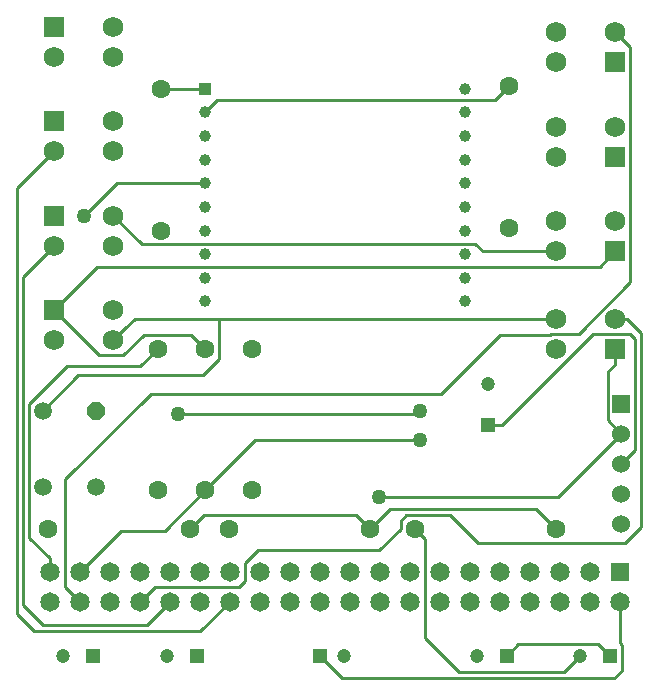
<source format=gbl>
%FSLAX44Y44*%
%MOMM*%
G71*
G01*
G75*
G04 Layer_Physical_Order=2*
G04 Layer_Color=16711680*
%ADD10R,0.9000X0.9500*%
%ADD11R,0.9000X0.9500*%
%ADD12R,5.5000X6.9000*%
%ADD13R,0.9500X1.9000*%
%ADD14C,0.2540*%
%ADD15R,1.2000X1.2000*%
%ADD16C,1.2000*%
%ADD17C,1.5240*%
%ADD18R,1.5240X1.5240*%
%ADD19C,1.6000*%
%ADD20R,1.6500X1.6500*%
%ADD21C,1.6500*%
%ADD22R,1.2000X1.2000*%
%ADD23C,1.0000*%
%ADD24R,1.0000X1.0000*%
%ADD25C,1.7500*%
%ADD26R,1.7500X1.7500*%
%ADD27C,1.5000*%
%ADD28P,1.6236X8X112.5*%
%ADD29C,1.2700*%
D14*
X170000Y167500D02*
X212500Y210000D01*
X352500D01*
X120936Y53936D02*
X140300Y73300D01*
X32826Y53936D02*
X120936D01*
X165894Y48094D02*
X191100Y73300D01*
X25460Y48094D02*
X165894D01*
X127540Y85940D02*
X198688D01*
X114900Y73300D02*
X127540Y85940D01*
X169400Y146900D02*
X298100D01*
X203768Y91020D02*
Y106260D01*
X198688Y85940D02*
X203768Y91020D01*
X16110Y70652D02*
X32826Y53936D01*
X147500Y232500D02*
X350000D01*
X352500Y235000D01*
X78750Y356450D02*
X504150D01*
X92500Y400200D02*
X117010Y375690D01*
X138012D01*
X138632Y376310D02*
X398810D01*
X138012Y375690D02*
X138632Y376310D01*
X398810D02*
X405320Y369800D01*
X467500D01*
X317500Y162000D02*
X469099D01*
X522500Y215400D01*
X356196Y42500D02*
Y126304D01*
X356303Y42500D02*
X384999Y13804D01*
X473804D01*
X347500Y135000D02*
X356196Y126304D01*
X286276Y8724D02*
X516696D01*
X267500Y27500D02*
X286276Y8724D01*
X516696D02*
X522792Y14820D01*
Y36918D01*
X521300Y38410D02*
X522792Y36918D01*
X521300Y38410D02*
Y73300D01*
X467500Y369800D02*
Y372500D01*
X65080Y400000D02*
X67994D01*
X65080Y399999D02*
Y400000D01*
Y399999D02*
X67500D01*
X67994Y400000D02*
X95494Y427500D01*
X317500Y162000D02*
Y165000D01*
X124012Y249262D02*
X369630D01*
X62510Y265010D02*
X167954D01*
X181924Y278980D02*
Y312700D01*
X167954Y265010D02*
X181924Y278980D01*
X118170Y299310D02*
X158190D01*
X170000Y287500D01*
X110400Y312700D02*
X467500D01*
X32500Y235000D02*
X62510Y265010D01*
X51876Y177126D02*
X124012Y249262D01*
X461832Y299300D02*
X462594Y300062D01*
X419668Y299300D02*
X461832D01*
X369630Y249262D02*
X419668Y299300D01*
X462594Y300062D02*
X486470D01*
X102334Y304634D02*
X110400Y312700D01*
X92500Y294800D02*
X102334Y304634D01*
X450610Y151890D02*
X467500Y135000D01*
X326890Y151890D02*
X450610D01*
X310000Y135000D02*
X326890Y151890D01*
X157500Y135000D02*
X169400Y146900D01*
X298100D02*
X310000Y135000D01*
X502974Y37426D02*
X512900Y27500D01*
X435326Y37426D02*
X502974D01*
X425400Y27500D02*
X435326Y37426D01*
X92500Y294800D02*
X102334Y304634D01*
X517500Y312700D02*
X527381D01*
X539010Y301071D01*
Y136194D02*
Y301071D01*
X525840Y123024D02*
X539010Y136194D01*
X401126Y123024D02*
X525840D01*
X377340Y146810D02*
X401126Y123024D01*
X340420Y146810D02*
X377340D01*
X335594Y141984D02*
X340420Y146810D01*
X335594Y135216D02*
Y141984D01*
X317560Y117182D02*
X335594Y135216D01*
X214690Y117182D02*
X317560D01*
X203768Y106260D02*
X214690Y117182D01*
X16110Y70652D02*
Y348410D01*
X42500Y374800D01*
X11030Y62524D02*
X25460Y48094D01*
X11030Y62524D02*
Y423330D01*
X42500Y454800D01*
X170000Y487500D02*
X180174Y497674D01*
X415174D01*
X427500Y510000D01*
X38700Y98700D02*
Y110014D01*
X21190Y127524D02*
X38700Y110014D01*
X21190Y127524D02*
Y240420D01*
X53400Y272630D01*
X115130D01*
X130000Y287500D01*
X42500Y320200D02*
X80672Y282028D01*
X100888D01*
X118170Y299310D01*
X504150Y356450D02*
X517500Y369800D01*
X42500Y320200D02*
X78750Y356450D01*
X522500Y190000D02*
X533930Y201430D01*
Y295991D01*
X530061Y299860D02*
X533930Y295991D01*
X498662Y299860D02*
X530061D01*
X421302Y222500D02*
X498662Y299860D01*
X410000Y222500D02*
X421302D01*
X95494Y427500D02*
X170000D01*
X51876Y85524D02*
X64100Y73300D01*
X51876Y85524D02*
Y177126D01*
X486470Y300062D02*
X530158Y343750D01*
Y542542D01*
X517500Y555200D02*
X530158Y542542D01*
X517500Y274408D02*
Y287300D01*
X510854Y267762D02*
X517500Y274408D01*
X510854Y227046D02*
Y267762D01*
Y227046D02*
X522500Y215400D01*
X473804Y13804D02*
X487500Y27500D01*
X64100Y98700D02*
X98838Y133438D01*
X135938D01*
X170000Y167500D01*
X132500Y507500D02*
X170000D01*
D15*
X512900Y27500D02*
D03*
X425400D02*
D03*
X162900D02*
D03*
X75400D02*
D03*
X267500D02*
D03*
D16*
X487500D02*
D03*
X400000D02*
D03*
X137500D02*
D03*
X50000D02*
D03*
X410000Y257500D02*
D03*
X287500Y27500D02*
D03*
D17*
X522500Y139200D02*
D03*
Y164600D02*
D03*
Y190000D02*
D03*
Y215400D02*
D03*
D18*
Y240800D02*
D03*
D19*
X130000Y167500D02*
D03*
Y287500D02*
D03*
X170000Y167500D02*
D03*
Y287500D02*
D03*
X210000D02*
D03*
Y167500D02*
D03*
X467500Y135000D02*
D03*
X347500D02*
D03*
X310000D02*
D03*
X190000D02*
D03*
X157500D02*
D03*
X37500D02*
D03*
X132500Y387500D02*
D03*
Y507500D02*
D03*
X427500Y390000D02*
D03*
Y510000D02*
D03*
D20*
X521300Y98700D02*
D03*
D21*
Y73300D02*
D03*
X495900D02*
D03*
Y98700D02*
D03*
X470500Y73300D02*
D03*
Y98700D02*
D03*
X445100Y73300D02*
D03*
Y98700D02*
D03*
X419700Y73300D02*
D03*
Y98700D02*
D03*
X394300Y73300D02*
D03*
Y98700D02*
D03*
X368900Y73300D02*
D03*
Y98700D02*
D03*
X343500Y73300D02*
D03*
Y98700D02*
D03*
X318100Y73300D02*
D03*
Y98700D02*
D03*
X292700Y73300D02*
D03*
Y98700D02*
D03*
X267300Y73300D02*
D03*
Y98700D02*
D03*
X241900Y73300D02*
D03*
Y98700D02*
D03*
X216500Y73300D02*
D03*
Y98700D02*
D03*
X191100Y73300D02*
D03*
Y98700D02*
D03*
X165700Y73300D02*
D03*
Y98700D02*
D03*
X140300Y73300D02*
D03*
Y98700D02*
D03*
X114900Y73300D02*
D03*
Y98700D02*
D03*
X89500Y73300D02*
D03*
Y98700D02*
D03*
X64100Y73300D02*
D03*
Y98700D02*
D03*
X38700Y73300D02*
D03*
Y98700D02*
D03*
D22*
X410000Y222500D02*
D03*
D23*
X390000Y507500D02*
D03*
Y487500D02*
D03*
Y467500D02*
D03*
Y447500D02*
D03*
Y427500D02*
D03*
Y407500D02*
D03*
Y387500D02*
D03*
Y367500D02*
D03*
Y347500D02*
D03*
Y327500D02*
D03*
X170000Y487500D02*
D03*
Y467500D02*
D03*
Y447500D02*
D03*
Y427500D02*
D03*
Y407500D02*
D03*
Y387500D02*
D03*
Y367500D02*
D03*
Y347500D02*
D03*
Y327500D02*
D03*
D24*
Y507500D02*
D03*
D25*
X42500Y294800D02*
D03*
X92500D02*
D03*
Y320200D02*
D03*
X42500Y374800D02*
D03*
X92500D02*
D03*
Y400200D02*
D03*
X42500Y454800D02*
D03*
X92500D02*
D03*
Y480200D02*
D03*
X42500Y534800D02*
D03*
X92500D02*
D03*
Y560200D02*
D03*
X517500Y312700D02*
D03*
X467500D02*
D03*
Y287300D02*
D03*
X517500Y395200D02*
D03*
X467500D02*
D03*
Y369800D02*
D03*
X517500Y475200D02*
D03*
X467500D02*
D03*
Y449800D02*
D03*
X517500Y555200D02*
D03*
X467500D02*
D03*
Y529800D02*
D03*
D26*
X42500Y320200D02*
D03*
Y400200D02*
D03*
Y480200D02*
D03*
Y560200D02*
D03*
X517500Y287300D02*
D03*
Y369800D02*
D03*
Y449800D02*
D03*
Y529800D02*
D03*
D27*
X32500Y170000D02*
D03*
X77500D02*
D03*
X32500Y235000D02*
D03*
D28*
X77500D02*
D03*
D29*
X352500Y235000D02*
D03*
X147500Y232500D02*
D03*
X67500Y399999D02*
D03*
X317500Y162000D02*
D03*
X352500Y210000D02*
D03*
M02*

</source>
